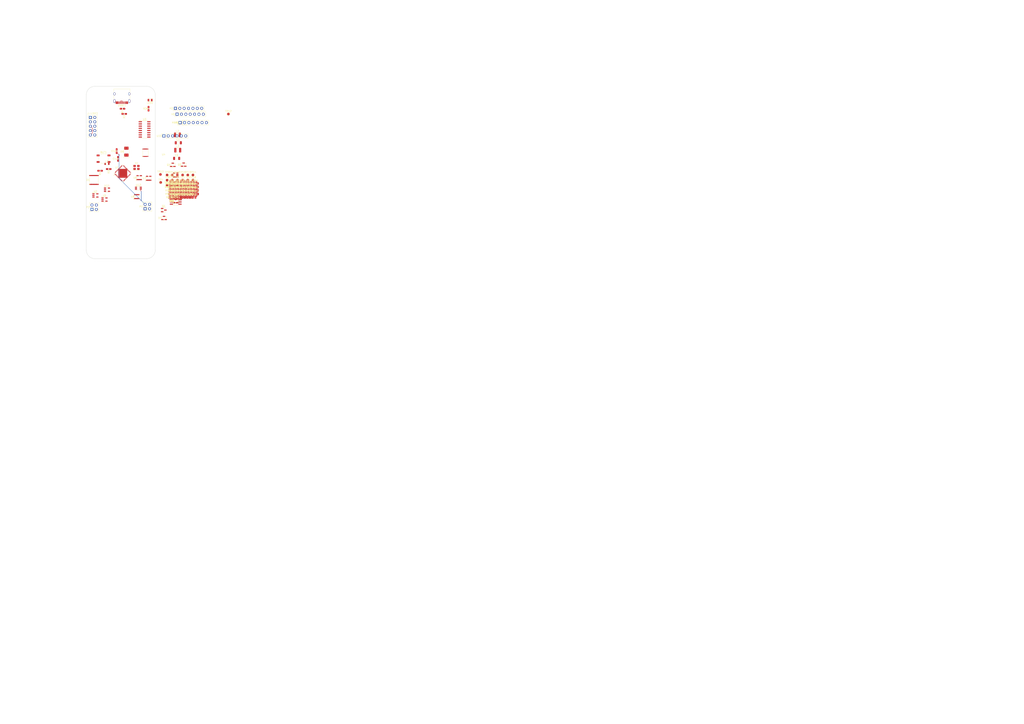
<source format=kicad_pcb>
(kicad_pcb (version 20241229) (generator "pcbnew") (generator_version "9.0")
  (layers (0 "F.Cu" signal) (4 "In1.Cu" power "GND") (6 "In2.Cu" power "VCC") (2 "B.Cu" signal) (13 "F.Paste" user) (15 "B.Paste" user) (5 "F.SilkS" user "F.Silkscreen") (7 "B.SilkS" user "B.Silkscreen") (1 "F.Mask" user) (3 "B.Mask" user) (25 "Edge.Cuts" user))
  (net 0 "")
  (net 1 "GND")
  (net 2 "Net-(U11-IN)")
  (net 3 "3V0")
  (net 4 "3V3")
  (net 5 "Vload")
  (net 6 "Net-(U11-ADJ)")
  (net 7 "Vbias")
  (net 8 "Net-(C9-Pad2)")
  (net 9 "PB03_PEAKDET_EN")
  (net 10 "USBSHIELD")
  (net 11 "RESET")
  (net 12 "SHAPER_OUT")
  (net 13 "Net-(Q1-C)")
  (net 14 "Net-(U4-+IN)")
  (net 15 "Net-(C29-Pad2)")
  (net 16 "Net-(C30-Pad2)")
  (net 17 "Net-(D2-C)")
  (net 18 "Net-(U6-VIN-)")
  (net 19 "Net-(U14--IN)")
  (net 20 "PA04_RAMP_OUT")
  (net 21 "Net-(U1-PA01)")
  (net 22 "Net-(U1-PA00)")
  (net 23 "Net-(U1-VDDCORE)")
  (net 24 "Net-(U1-VDDANA)")
  (net 25 "VL")
  (net 26 "Net-(D10-K)")
  (net 27 "USBDP")
  (net 28 "Vbus")
  (net 31 "USBDN")
  (net 32 "Net-(D2-A)")
  (net 33 "Net-(D3-K)")
  (net 34 "Net-(D4-A)")
  (net 35 "Net-(D4-K)")
  (net 36 "Net-(D6-K)")
  (net 37 "Net-(D6-A)")
  (net 38 "PA18_TRG_OUT")
  (net 39 "Net-(U3-Q0)")
  (net 40 "Net-(D8-A)")
  (net 41 "Net-(H2-Pad3)")
  (net 42 "Net-(H2-Pad5)")
  (net 43 "Net-(H2-Pad2)")
  (net 44 "Net-(H2-Pad4)")
  (net 45 "Net-(H2-Pad1)")
  (net 46 "Net-(H2-Pad6)")
  (net 47 "Net-(H3-Pad3)")
  (net 48 "Net-(H3-Pad2)")
  (net 49 "Net-(H3-Pad1)")
  (net 50 "Net-(H3-Pad6)")
  (net 51 "Net-(H3-Pad4)")
  (net 52 "Net-(H3-Pad5)")
  (net 53 "PA07_PEAKDET_OUT")
  (net 54 "SiPM_A")
  (net 55 "PA08_RESET")
  (net 56 "SWDCLK")
  (net 59 "SWDIO")
  (net 61 "Net-(L2-Pad2)")
  (net 62 "Net-(LED1-A)")
  (net 63 "Net-(LED1-C)")
  (net 64 "Net-(U2-VOUT)")
  (net 65 "PA17_SCL")
  (net 66 "PA16_SDA")
  (net 67 "Net-(Q1-B)")
  (net 68 "Net-(Q2-B)")
  (net 69 "VExt")
  (net 70 "PA21")
  (net 71 "Net-(Q4-D)")
  (net 72 "Net-(Q5-C)")
  (net 73 "USBVBUS")
  (net 74 "Net-(USBC1-CC1)")
  (net 75 "Net-(USBC1-CC2)")
  (net 76 "PA02_DAC_HV")
  (net 77 "Net-(BUT1-C)")
  (net 78 "Net-(U13-IN+)")
  (net 79 "PB10_HV_COMP_OUT")
  (net 80 "Net-(U13-IN-)")
  (net 81 "Net-(U4--IN)")
  (net 82 "Net-(U10-Y)")
  (net 83 "PA05_DAC_THR")
  (net 84 "PA11_RAMP_TRG")
  (net 85 "Net-(U14-+IN)")
  (net 86 "PA03_RAMP_EN")
  (net 87 "PA23_TRG_OUT")
  (net 88 "PA13_RX")
  (net 89 "PB11")
  (net 90 "PA20")
  (net 91 "PB08")
  (net 92 "PB02")
  (net 93 "PB23")
  (net 94 "PA06")
  (net 95 "PB22")
  (net 96 "PA22")
  (net 97 "PB09")
  (net 98 "PA09")
  (net 99 "TX")
  (net 100 "RX")
  (net 101 "PA15_PEAKDET_DISABLE")
  (net 102 "PA14_AFE_EN")
  (net 103 "PA10_PWM")
  (net 105 "PA12_TX")
  (net 112 "Net-(U9-Pad1)")
  (footprint "Capacitor_SMD:C_0805_2012Metric" (layer "F.Cu") (at 98.8752 106.4712)
    (property "Reference" "C55")
    (property "Value" "100nF")
  )
  (footprint "Capacitor_SMD:C_0805_2012Metric" (layer "F.Cu") (at 100.3752 106.4712)
    (property "Reference" "C27")
    (property "Value" "100nF")
  )
  (footprint "Capacitor_SMD:C_0805_2012Metric" (layer "F.Cu") (at 101.8752 106.4712)
    (property "Reference" "C29")
    (property "Value" "1nF")
  )
  (footprint "Capacitor_SMD:C_0805_2012Metric" (layer "F.Cu") (at 103.3752 106.4712)
    (property "Reference" "C49")
    (property "Value" "4.7uF")
  )
  (footprint "Capacitor_SMD:C_0805_2012Metric" (layer "F.Cu") (at 104.8752 106.4712)
    (property "Reference" "C23")
    (property "Value" "100nF")
  )
  (footprint "TestPoint:TestPoint_Pad_D1.5mm" (layer "F.Cu") (at 132.4356 66.0908)
    (property "Reference" "TP12")
    (property "Value" "1-POINT TEST POINT")
  )
  (footprint "Package_TO_SOT_SMD:SOT-23" (layer "F.Cu") (at 94.9452 121.8184)
    (property "Reference" "Q1")
    (property "Value" "BC847_C2910145")
  )
  (footprint "Capacitor_SMD:C_0805_2012Metric" (layer "F.Cu") (at 106.3752 106.4712)
    (property "Reference" "C31")
    (property "Value" "1uF")
  )
  (footprint "Resistor_SMD:R_0805_2012Metric" (layer "F.Cu") (at 98.8752 106.4712 90)
    (property "Reference" "R20")
    (property "Value" "100Ω")
  )
  (footprint "TestPoint:TestPoint_Pad_D1.5mm" (layer "F.Cu") (at 96.8752 101.4712)
    (property "Reference" "TP9")
    (property "Value" "1-POINT TEST POINT")
  )
  (footprint "Capacitor_SMD:C_0805_2012Metric" (layer "F.Cu") (at 107.8752 106.4712)
    (property "Reference" "C19")
    (property "Value" "4.7uF")
  )
  (footprint "Connector_PinHeader_2.54mm:PinHeader_1x07_P2.54mm_Vertical" (layer "F.Cu") (at 101.7016 62.7888 90)
    (property "Reference" "H2")
    (property "Value" "KH-2.54PH180-1X7P-L11.5")
  )
  (footprint "Resistor_SMD:R_0805_2012Metric" (layer "F.Cu") (at 100.3752 106.4712 90)
    (property "Reference" "R42")
    (property "Value" "100kΩ")
  )
  (footprint "Capacitor_SMD:C_0805_2012Metric" (layer "F.Cu") (at 109.3752 106.4712)
    (property "Reference" "C1")
    (property "Value" "1uF")
  )
  (footprint "Capacitor_SMD:C_0805_2012Metric" (layer "F.Cu") (at 110.8752 106.4712)
    (property "Reference" "C37")
    (property "Value" "1uF")
  )
  (footprint "Package_TO_SOT_SMD:SOT-23-6" (layer "F.Cu") (at 79.2836 114.0151 90)
    (property "Reference" "U8")
    (property "Value" "TLR341G-GTR")
  )
  (footprint "Resistor_SMD:R_0805_2012Metric" (layer "F.Cu") (at 101.8752 106.4712 90)
    (property "Reference" "R44")
    (property "Value" "1kΩ")
  )
  (footprint "Resistor_SMD:R_0805_2012Metric" (layer "F.Cu") (at 103.3752 106.4712 90)
    (property "Reference" "R35")
    (property "Value" "47kΩ")
  )
  (footprint "Resistor_SMD:R_0805_2012Metric" (layer "F.Cu") (at 104.8752 106.4712 90)
    (property "Reference" "R49")
    (property "Value" "1kΩ")
  )
  (footprint "Connector_PinHeader_2.54mm:PinHeader_2x02_P2.54mm_Vertical" (layer "F.Cu") (at 84.1248 121.0564 90)
    (property "Reference" "P1")
    (property "Value" "Header-Male-2.54_2x2")
  )
  (footprint "Resistor_SMD:R_0805_2012Metric" (layer "F.Cu") (at 106.3752 106.4712 90)
    (property "Reference" "R40")
    (property "Value" "1kΩ")
  )
  (footprint "Button_Switch_SMD:SW_SPST_TL3342" (layer "F.Cu") (at 60 92)
    (property "Reference" "BUT1")
    (property "Value" "TS-1187A-B-A-B")
  )
  (footprint "Resistor_SMD:R_0805_2012Metric" (layer "F.Cu") (at 107.8752 106.4712 90)
    (property "Reference" "R43")
    (property "Value" "1kΩ")
  )
  (footprint "Capacitor_SMD:C_0805_2012Metric" (layer "F.Cu") (at 112.3752 106.4712)
    (property "Reference" "C18")
    (property "Value" "100nF")
  )
  (footprint "Capacitor_SMD:C_0805_2012Metric" (layer "F.Cu") (at 113.8752 106.4712)
    (property "Reference" "C2")
    (property "Value" "10nF")
  )
  (footprint "Resistor_SMD:R_0805_2012Metric" (layer "F.Cu") (at 109.3752 106.4712 90)
    (property "Reference" "R18")
    (property "Value" "100Ω")
  )
  (footprint "Capacitor_SMD:C_0805_2012Metric" (layer "F.Cu") (at 68.4276 92.0852 90)
    (property "Reference" "C42")
    (property "Value" "18pF")
  )
  (footprint "TestPoint:TestPoint_Pad_D1.5mm" (layer "F.Cu") (at 99.8752 101.4712)
    (property "Reference" "TP10")
    (property "Value" "1-POINT TEST POINT")
  )
  (footprint "Capacitor_SMD:C_0805_2012Metric" (layer "F.Cu") (at 98.8752 108.4712)
    (property "Reference" "C16")
    (property "Value" "1nF")
  )
  (footprint "Capacitor_SMD:C_0805_2012Metric" (layer "F.Cu") (at 100.3752 108.4712)
    (property "Reference" "C33")
    (property "Value" "1uF")
  )
  (footprint "Resistor_SMD:R_0805_2012Metric" (layer "F.Cu") (at 110.8752 106.4712 90)
    (property "Reference" "R33")
    (property "Value" "1kΩ")
  )
  (footprint "Resistor_SMD:R_0805_2012Metric" (layer "F.Cu") (at 112.3752 106.4712 90)
    (property "Reference" "R50")
    (property "Value" "1kΩ")
  )
  (footprint "Package_TO_SOT_SMD:SOT-23-6" (layer "F.Cu") (at 101.8752 116.4712 90)
    (property "Reference" "U14")
    (property "Value" "TLR341G-GTR")
  )
  (footprint "Package_SO:SOIC-16_3.9x9.9mm_P1.27mm" (layer "F.Cu") (at 83.8058 75.0062)
    (property "Reference" "U3")
    (property "Value" "MC14043BDR2G")
  )
  (footprint "Capacitor_SMD:C_0805_2012Metric" (layer "F.Cu") (at 101.8752 108.4712)
    (property "Reference" "C9")
    (property "Value" "30pF")
  )
  (footprint "Package_TO_SOT_SMD:SOT-23" (layer "F.Cu") (at 100.1776 95.5548 90)
    (property "Reference" "Q4")
    (property "Value" "AO3401A")
  )
  (footprint "Package_SO:SO-8_3.9x4.9mm_P1.27mm" (layer "F.Cu") (at 54.4322 104.3274 90)
    (property "Reference" "D1")
    (property "Value" "NUP2114UCMR6T1G")
  )
  (footprint "Crystal:Crystal_SMD_3225-4Pin_3.2x2.5mm" (layer "F.Cu") (at 79.1132 97.0652)
    (property "Reference" "X1")
    (property "Value" "32.768kHz")
  )
  (footprint "Capacitor_SMD:C_0805_2012Metric" (layer "F.Cu") (at 103.3752 108.4712)
    (property "Reference" "C14")
    (property "Value" "1uF")
  )
  (footprint "Capacitor_SMD:C_0805_2012Metric" (layer "F.Cu") (at 104.8752 108.4712)
    (property "Reference" "C28")
    (property "Value" "1uF")
  )
  (footprint "Connector_PinHeader_2.54mm:PinHeader_2x05_P2.54mm_Vertical" (layer "F.Cu") (at 52.3748 68.072)
    (property "Reference" "J-LINK1")
    (property "Value" "20021111-00010T4LF")
  )
  (footprint "Resistor_SMD:R_0805_2012Metric" (layer "F.Cu") (at 113.8752 106.4712 90)
    (property "Reference" "R30")
    (property "Value" "1kΩ")
  )
  (footprint "Resistor_SMD:R_0805_2012Metric" (layer "F.Cu") (at 86.106 62.992 90)
    (property "Reference" "R26")
    (property "Value" "2.2kΩ")
  )
  (footprint "Resistor_SMD:R_0805_2012Metric" (layer "F.Cu") (at 98.8752 108.4712 90)
    (property "Reference" "R21")
    (property "Value" "6.8kΩ")
  )
  (footprint "Connector_PinHeader_2.54mm:PinHeader_1x07_P2.54mm_Vertical" (layer "F.Cu") (at 102.6668 66.1924 90)
    (property "Reference" "H3")
    (property "Value" "KH-2.54PH180-1X7P-L11.5")
  )
  (footprint "Capacitor_SMD:C_0805_2012Metric" (layer "F.Cu") (at 106.3752 108.4712)
    (property "Reference" "C51")
    (property "Value" "100nF")
  )
  (footprint "Package_TO_SOT_SMD:SOT-23-5" (layer "F.Cu") (at 80.706 103.0025 90)
    (property "Reference" "U6")
    (property "Value" "TLV3201AIDBVT")
  )
  (footprint "TestPoint:TestPoint_Pad_D1.5mm" (layer "F.Cu") (at 102.8752 101.4712)
    (property "Reference" "TP6")
    (property "Value" "1-POINT TEST POINT")
  )
  (footprint "Capacitor_SMD:C_0805_2012Metric" (layer "F.Cu") (at 107.8752 108.4712)
    (property "Reference" "C26")
    (property "Value" "100nF")
  )
  (footprint "Connector_PinHeader_2.54mm:PinHeader_1x02_P2.54mm_Vertical" (layer "F.Cu") (at 104.4448 71.0692 90)
    (property "Reference" "MEAS1")
    (property "Value" "KH-2.54PH90-1X2P-L13.8")
  )
  (footprint "Capacitor_SMD:C_0805_2012Metric" (layer "F.Cu") (at 109.3752 108.4712)
    (property "Reference" "C41")
    (property "Value" "100nF")
  )
  (footprint "Capacitor_SMD:C_0805_2012Metric" (layer "F.Cu") (at 110.8752 108.4712)
    (property "Reference" "C36")
    (property "Value" "100nF")
  )
  (footprint "Capacitor_SMD:C_0805_2012Metric" (layer "F.Cu") (at 112.3752 108.4712)
    (property "Reference" "C8")
    (property "Value" "10nF")
  )
  (footprint "TestPoint:TestPoint_Pad_D1.5mm" (layer "F.Cu") (at 105.8752 101.4712)
    (property "Reference" "TP15")
    (property "Value" "1-POINT TEST POINT")
  )
  (footprint "Resistor_SMD:R_0805_2012Metric" (layer "F.Cu") (at 100.3752 108.4712 90)
    (property "Reference" "R31")
    (property "Value" "510Ω")
  )
  (footprint "Diode_SMD:D_SOD-123" (layer "F.Cu") (at 98.8752 106.4712 90)
    (property "Reference" "D5")
    (property "Value" "1N4148W_C81598")
  )
  (footprint "Package_TO_SOT_SMD:SOT-23" (layer "F.Cu") (at 100.8752 106.4712 90)
    (property "Reference" "D2")
    (property "Value" "BAS21HT1G")
  )
  (footprint "TestPoint:TestPoint_Pad_D1.5mm" (layer "F.Cu") (at 108.8752 101.4712)
    (property "Reference" "TP11")
    (property "Value" "1-POINT TEST POINT")
  )
  (footprint "Resistor_SMD:R_0805_2012Metric" (layer "F.Cu") (at 101.8752 108.4712 90)
    (property "Reference" "R9")
    (property "Value" "1kΩ")
  )
  (footprint "Capacitor_SMD:C_0805_2012Metric" (layer "F.Cu") (at 113.8752 108.4712)
    (property "Reference" "C44")
    (property "Value" "4.7uF")
  )
  (footprint "Diode_SMD:D_SMA" (layer "F.Cu") (at 73.2536 87.916 90)
    (property "Reference" "D9")
    (property "Value" "SS34_C8678")
  )
  (footprint "Connector_PinSocket_2.54mm:PinSocket_1x06_P2.54mm_Vertical" (layer "F.Cu") (at 94.996 78.7908 90)
    (property "Reference" "U15")
    (property "Value" "803-87-006-10-001101")
  )
  (footprint "Resistor_SMD:R_0805_2012Metric" (layer "F.Cu") (at 103.3752 108.4712 90)
    (property "Reference" "R29")
    (property "Value" "1kΩ")
  )
  (footprint "Package_TO_SOT_SMD:SOT-23" (layer "F.Cu") (at 101.8752 116.4712 90)
    (property "Reference" "Q3")
    (property "Value" "AO3401A")
  )
  (footprint "Diode_SMD:D_SOD-123" (layer "F.Cu") (at 102.8752 106.4712 90)
    (property "Reference" "D3")
    (property "Value" "1N4148W_C81598")
  )
  (footprint "Resistor_SMD:R_0805_2012Metric" (layer "F.Cu") (at 104.8752 108.4712 90)
    (property "Reference" "R13")
    (property "Value" "100kΩ")
  )
  (footprint "Resistor_SMD:R_0805_2012Metric" (layer "F.Cu") (at 106.3752 108.4712 90)
    (property "Reference" "R15")
    (property "Value" "5.6MΩ")
  )
  (footprint "Capacitor_SMD:C_0805_2012Metric" (layer "F.Cu") (at 98.8752 110.4712)
    (property "Reference" "C15")
    (property "Value" "1nF")
  )
  (footprint "Capacitor_SMD:C_0805_2012Metric" (layer "F.Cu") (at 100.3752 110.4712)
    (property "Reference" "C56")
    (property "Value" "100nF")
  )
  (footprint "Package_SO:SOIC-8_3.9x4.9mm_P1.27mm" (layer "F.Cu") (at 101.8752 116.4712)
    (property "Reference" "U9")
    (property "Value" "MF-ASML020/6-2")
  )
  (footprint "Connector_PinHeader_2.54mm:PinHeader_2x02_P2.54mm_Vertical" (layer "F.Cu") (at 53.2892 121.412 90)
    (property "Reference" "P2")
    (property "Value" "Header-Male-2.54_2x2")
  )
  (footprint "Resistor_SMD:R_0805_2012Metric" (layer "F.Cu") (at 107.8752 108.4712 90)
    (property "Reference" "R5")
    (property "Value" "220kΩ")
  )
  (footprint "Package_SO:MSOP-8_3x3mm_P0.65mm" (layer "F.Cu") (at 84.2674 88.5233 90)
    (property "Reference" "U4")
    (property "Value" "LMV793MFX/NOPB")
  )
  (footprint "TestPoint:TestPoint_Pad_D1.5mm" (layer "F.Cu") (at 111.8752 101.4712)
    (property "Reference" "TP14")
    (property "Value" "1-POINT TEST POINT")
  )
  (footprint "Resistor_SMD:R_0805_2012Metric" (layer "F.Cu") (at 109.3752 108.4712 90)
    (property "Reference" "R51")
    (property "Value" "1kΩ")
  )
  (footprint "Resistor_SMD:R_0805_2012Metric" (layer "F.Cu") (at 110.8752 108.4712 90)
    (property "Reference" "R39")
    (property "Value" "27kΩ")
  )
  (footprint "Resistor_SMD:R_0805_2012Metric" (layer "F.Cu") (at 112.3752 108.4712 90)
    (property "Reference" "R22")
    (property "Value" "30kΩ")
  )
  (footprint "Resistor_SMD:R_0805_2012Metric" (layer "F.Cu") (at 113.8752 108.4712 90)
    (property "Reference" "R48")
    (property "Value" "1kΩ")
  )
  (footprint "Diode_SMD:D_SOD-123" (layer "F.Cu") (at 104.8752 106.4712 90)
    (property "Reference" "D6")
    (property "Value" "1N4148W_C81598")
  )
  (footprint "Resistor_SMD:R_0805_2012Metric" (layer "F.Cu") (at 98.8752 110.4712 90)
    (property "Reference" "R34")
    (property "Value" "200kΩ")
  )
  (footprint "Resistor_SMD:R_0805_2012Metric" (layer "F.Cu") (at 100.3752 110.4712 90)
    (property "Reference" "R54")
    (property "Value" "1kΩ")
  )
  (footprint "TestPoint:TestPoint_Pad_D1.5mm" (layer "F.Cu") (at 93.0148 101.1428)
    (property "Reference" "TP13")
    (property "Value" "1-POINT TEST POINT")
  )
  (footprint "Resistor_SMD:R_0805_2012Metric" (layer "F.Cu") (at 58 99 180)
    (property "Reference" "R1")
    (property "Value" "27kΩ")
  )
  (footprint "Resistor_SMD:R_0805_2012Metric" (layer "F.Cu") (at 101.8752 110.4712 90)
    (property "Reference" "R52")
    (property "Value" "1kΩ")
  )
  (footprint "Resistor_SMD:R_0805_2012Metric" (layer "F.Cu") (at 103.3752 110.4712 90)
    (property "Reference" "R16")
    (property "Value" "100kΩ")
  )
  (footprint "Diode_SMD:D_SOD-123" (layer "F.Cu") (at 106.8752 106.4712 90)
    (property "Reference" "D8")
    (property "Value" "1N4148W_C81598")
  )
  (footprint "Capacitor_SMD:C_0805_2012Metric" (layer "F.Cu") (at 101.8752 110.4712)
    (property "Reference" "C34")
    (property "Value" "1nF")
  )
  (footprint "Capacitor_SMD:C_0805_2012Metric" (layer "F.Cu") (at 103.3752 110.4712)
    (property "Reference" "C40")
    (property "Value" "100nF")
  )
  (footprint "Capacitor_SMD:C_0805_2012Metric" (layer "F.Cu") (at 104.8752 110.4712)
    (property "Reference" "C12")
    (property "Value" "100nF")
  )
  (footprint "Resistor_SMD:R_0805_2012Metric" (layer "F.Cu") (at 104.8752 110.4712 90)
    (property "Reference" "R46")
    (property "Value" "1kΩ")
  )
  (footprint "Connector_USB:USB_C_Receptacle_HRO_TYPE-C-31-M-12" (layer "F.Cu") (at 70.6608 55.4568 180)
    (property "Reference" "USBC1")
    (property "Value" "USB3.1C16PFSMT")
  )
  (footprint "Inductor_SMD:L_1210_3225Metric" (layer "F.Cu") (at 102.87 78.2108)
    (property "Reference" "L2")
    (property "Value" "10uH")
  )
  (footprint "Capacitor_SMD:C_0805_2012Metric" (layer "F.Cu") (at 67.6148 87.5792 90)
    (property "Reference" "C43")
    (property "Value" "18pF")
  )
  (footprint "Package_DFN_QFN:QFN-48-1EP_7x7mm_P0.5mm_EP5.15x5.15mm" (layer "F.Cu") (at 71.1439 100.4909 45)
    (property "Reference" "U1")
    (property "Value" "ATSAML21G18B-AUT")
  )
  (footprint "Capacitor_SMD:C_1206_3216Metric" (layer "F.Cu") (at 103.378 82.7532)
    (property "Reference" "C4")
    (property "Value" "10uF")
  )
  (footprint "Resistor_SMD:R_0805_2012Metric" (layer "F.Cu") (at 106.3752 110.4712 90)
    (property "Reference" "R38")
    (property "Value" "0Ω")
  )
  (footprint "TestPoint:TestPoint_Pad_D1.5mm" (layer "F.Cu") (at 96.8752 104.4712)
    (property "Reference" "TP8")
    (property "Value" "1-POINT TEST POINT")
  )
  (footprint "Capacitor_SMD:C_0805_2012Metric" (layer "F.Cu") (at 106.3752 110.4712)
    (property "Reference" "C47")
    (property "Value" "4.7uF")
  )
  (footprint "TestPoint:TestPoint_Pad_D1.5mm" (layer "F.Cu") (at 99.8752 104.4712)
    (property "Reference" "TP17")
    (property "Value" "1-POINT TEST POINT")
  )
  (footprint "Inductor_SMD:L_1210_3225Metric" (layer "F.Cu") (at 103.0508 87.05)
    (property "Reference" "L3")
    (property "Value" "470Ω")
  )
  (footprint "Capacitor_SMD:C_0805_2012Metric" (layer "F.Cu") (at 107.8752 110.4712)
    (property "Reference" "C10")
    (property "Value" "4.7nF")
  )
  (footprint "Inductor_SMD:L_0805_2012Metric" (layer "F.Cu") (at 62 95)
    (property "Reference" "L1")
    (property "Value" "SDR0503-103JL")
  )
  (footprint "Resistor_SMD:R_0805_2012Metric" (layer "F.Cu") (at 71 63 180)
    (property "Reference" "R7")
    (property "Value" "5.1kΩ")
  )
  (footprint "Capacitor_SMD:C_1206_3216Metric" (layer "F.Cu") (at 109.3752 110.4712)
    (property "Reference" "C57")
    (property "Value" "10uF")
  )
  (footprint "Capacitor_SMD:C_0805_2012Metric" (layer "F.Cu") (at 110.8752 110.4712)
    (property "Reference" "C38")
    (property "Value" "4.7uF")
  )
  (footprint "Resistor_SMD:R_0805_2012Metric" (layer "F.Cu") (at 107.8752 110.4712 90)
    (property "Reference" "R36")
    (property "Value" "47kΩ")
  )
  (footprint "Resistor_SMD:R_0805_2012Metric" (layer "F.Cu") (at 109.3752 110.4712 90)
    (property "Reference" "R19")
    (property "Value" "22kΩ")
  )
  (footprint "Resistor_SMD:R_0805_2012Metric" (layer "F.Cu") (at 110.8752 110.4712 90)
    (property "Reference" "R45")
    (property "Value" "1kΩ")
  )
  (footprint "Capacitor_SMD:C_0805_2012Metric" (layer "F.Cu") (at 112.3752 110.4712)
    (property "Reference" "C20")
    (property "Value" "4.7uF")
  )
  (footprint "Capacitor_SMD:C_0805_2012Metric" (layer "F.Cu") (at 113.8752 110.4712)
    (property "Reference" "C35")
    (property "Value" "100nF")
  )
  (footprint "Package_TO_SOT_SMD:SOT-23-5" (layer "F.Cu") (at 55.2704 113.3207)
    (property "Reference" "U2")
    (property "Value" "XC6209F332MR-G")
  )
  (footprint "Resistor_SMD:R_0805_2012Metric" (layer "F.Cu") (at 112.3752 110.4712 90)
    (property "Reference" "R17")
    (property "Value" "1kΩ")
  )
  (footprint "Capacitor_SMD:C_0805_2012Metric" (layer "F.Cu") (at 98.8752 112.4712)
    (property "Reference" "C25")
    (property "Value" "1uF")
  )
  (footprint "Package_TO_SOT_SMD:SOT-23-5" (layer "F.Cu") (at 60.5536 115.7083)
    (property "Reference" "U5")
    (property "Value" "TPS7A2030PDBVR")
  )
  (footprint "Capacitor_SMD:C_0805_2012Metric" (layer "F.Cu") (at 100.3752 112.4712)
    (property "Reference" "C52")
    (property "Value" "4.7uF")
  )
  (footprint "Package_SO:VSSOP-8_2.3x2mm_P0.5mm" (layer "F.Cu") (at 80.2132 109.1501)
    (property "Reference" "U12")
    (property "Value" "TXU0202DCUR")
  )
  (footprint "Capacitor_SMD:C_1206_3216Metric" (layer "F.Cu") (at 102.4146 91.8252)
    (property "Reference" "C6")
    (property "Value" "10uF")
  )
  (footprint "Resistor_SMD:R_0805_2012Metric" (layer "F.Cu") (at 63 98 180)
    (property "Reference" "R3")
    (property "Value" "47kΩ")
  )
  (footprint "TestPoint:TestPoint_Pad_D1.5mm" (layer "F.Cu") (at 102.8752 104.4712)
    (property "Reference" "TP3")
    (property "Value" "1-POINT TEST POINT")
  )
  (footprint "Capacitor_SMD:C_1206_3216Metric" (layer "F.Cu") (at 101.8752 112.4712)
    (property "Reference" "C58")
    (property "Value" "10uF")
  )
  (footprint "Diode_SMD:D_SOD-123" (layer "F.Cu") (at 108.8752 106.4712 90)
    (property "Reference" "D4")
    (property "Value" "1N4148W_C81598")
  )
  (footprint "TestPoint:TestPoint_Pad_D1.5mm" (layer "F.Cu") (at 105.8752 104.4712)
    (property "Reference" "TP1")
    (property "Value" "1-POINT TEST POINT")
  )
  (footprint "Resistor_SMD:R_0805_2012Metric" (layer "F.Cu") (at 113.8752 110.4712 90)
    (property "Reference" "R11")
    (property "Value" "330kΩ")
  )
  (footprint "Capacitor_SMD:C_0805_2012Metric" (layer "F.Cu") (at 103.3752 112.4712)
    (property "Reference" "C7")
    (property "Value" "100nF")
  )
  (footprint "Capacitor_SMD:C_0805_2012Metric" (layer "F.Cu") (at 104.8752 112.4712)
    (property "Reference" "C11")
    (property "Value" "100nF")
  )
  (footprint "Resistor_SMD:R_0805_2012Metric" (layer "F.Cu") (at 98.8752 112.4712 90)
    (property "Reference" "R14")
    (property "Value" "120MΩ")
  )
  (footprint "Capacitor_SMD:C_1206_3216Metric" (layer "F.Cu") (at 106.3752 112.4712)
    (property "Reference" "C5")
    (property "Value" "10uF")
  )
  (footprint "Capacitor_SMD:C_0805_2012Metric" (layer "F.Cu") (at 107.8752 112.4712)
    (property "Reference" "C3")
    (property "Value" "4.7uF")
  )
  (footprint "TestPoint:TestPoint_Pad_D1.5mm" (layer "F.Cu") (at 108.8752 104.4712)
    (property "Reference" "TP5")
    (property "Value" "1-POINT TEST POINT")
  )
  (footprint "Connector_PinHeader_2.54mm:PinHeader_1x07_P2.54mm_Vertical" (layer "F.Cu") (at 104.4448 71.0692 90)
    (property "Reference" "H5")
    (property "Value" "KH-2.54PH180-1X7P-L11.5")
  )
  (footprint "Capacitor_SMD:C_0805_2012Metric" (layer "F.Cu") (at 109.3752 112.4712)
    (property "Reference" "C45")
    (property "Value" "1uF")
  )
  (footprint "Capacitor_SMD:C_0805_2012Metric" (layer "F.Cu") (at 110.8752 112.4712)
    (property "Reference" "C48")
    (property "Value" "4.7uF")
  )
  (footprint "LED_SMD:LED_0805_2012Metric" (layer "F.Cu") (at 87 58 180)
    (property "Reference" "LED1")
    (property "Value" "19-217/GHC-YR1S2/3T")
  )
  (footprint "Diode_SMD:D_SOD-123" (layer "F.Cu") (at 98.8752 108.4712 90)
    (property "Reference" "D10")
    (property "Value" "1N4148W_C81598")
  )
  (footprint "Capacitor_SMD:C_0805_2012Metric" (layer "F.Cu") (at 112.3752 112.4712)
    (property "Reference" "C24")
    (property "Value" "1nF")
  )
  (footprint "TestPoint:TestPoint_Pad_D1.5mm" (layer "F.Cu") (at 111.8752 104.4712)
    (property "Reference" "TP18")
    (property "Value" "1-POINT TEST POINT")
  )
  (footprint "Capacitor_SMD:C_0805_2012Metric" (layer "F.Cu") (at 113.8752 112.4712)
    (property "Reference" "C13")
    (property "Value" "1uF")
  )
  (footprint "Resistor_SMD:R_0805_2012Metric" (layer "F.Cu") (at 100.3752 112.4712 90)
    (property "Reference" "R37")
    (property "Value" "10kΩ")
  )
  (footprint "TestPoint:TestPoint_Pad_D1.5mm" (layer "F.Cu") (at 93.1672 105.7656)
    (property "Reference" "TP4")
    (property "Value" "1-POINT TEST POINT")
  )
  (footprint "Capacitor_SMD:C_0805_2012Metric" (layer "F.Cu") (at 98.8752 114.4712)
    (property "Reference" "C39")
    (property "Value" "4.7uF")
  )
  (footprint "Resistor_SMD:R_0805_2012Metric" (layer "F.Cu") (at 101.8752 112.4712 90)
    (property "Reference" "R23")
    (property "Value" "10kΩ")
  )
  (footprint "Resistor_SMD:R_0805_2012Metric" (layer "F.Cu") (at 103.3752 112.4712 90)
    (property "Reference" "R12")
    (property "Value" "330kΩ")
  )
  (footprint "Resistor_SMD:R_0805_2012Metric" (layer "F.Cu") (at 104.8752 112.4712 90)
    (property "Reference" "R25")
    (property "Value" "4.7MΩ")
  )
  (footprint "Package_TO_SOT_SMD:SOT-23-5" (layer "F.Cu") (at 101.8752 101.4712 90)
    (property "Reference" "U13")
    (property "Value" "TLV7031DBVR")
  )
  (footprint "Resistor_SMD:R_0805_2012Metric" (layer "F.Cu") (at 72 66 180)
    (property "Reference" "R2")
    (property "Value" "5.1kΩ")
  )
  (footprint "Capacitor_SMD:C_0805_2012Metric" (layer "F.Cu") (at 100.3752 114.4712)
    (property "Reference" "C30")
    (property "Value" "1nF")
  )
  (footprint "Resistor_SMD:R_0805_2012Metric" (layer "F.Cu") (at 106.3752 112.4712 90)
    (property "Reference" "R32")
    (property "Value" "100Ω")
  )
  (footprint "Resistor_SMD:R_0805_2012Metric" (layer "F.Cu") (at 107.8752 112.4712 90)
    (property "Reference" "R10")
    (property "Value" "100Ω")
  )
  (footprint "Capacitor_SMD:C_0805_2012Metric" (layer "F.Cu") (at 101.8752 114.4712)
    (property "Reference" "C50")
    (property "Value" "100nF")
  )
  (footprint "Capacitor_SMD:C_0805_2012Metric" (layer "F.Cu") (at 103.3752 114.4712)
    (property "Reference" "C17")
    (property "Value" "10nF")
  )
  (footprint "Resistor_SMD:R_0805_2012Metric" (layer "F.Cu") (at 109.3752 112.4712 90)
    (property "Reference" "R41")
    (property "Value" "1kΩ")
  )
  (footprint "TestPoint:TestPoint_Pad_D1.5mm" (layer "F.Cu") (at 96.8752 107.4712)
    (property "Reference" "TP16")
    (property "Value" "1-POINT TEST POINT")
  )
  (footprint "Package_TO_SOT_SMD:SOT-23" (layer "F.Cu") (at 106.4768 95.4532 90)
    (property "Reference" "Q5")
    (property "Value" "MMBT5551LT1G")
  )
  (footprint "Resistor_SMD:R_0805_2012Metric" (layer "F.Cu") (at 110.8752 112.4712 90)
    (property "Reference" "R53")
    (property "Value" "1kΩ")
  )
  (footprint "TestPoint:TestPoint_Pad_D1.5mm" (layer "F.Cu") (at 99.8752 107.4712)
    (property "Reference" "TP2")
    (property "Value" "1-POINT TEST POINT")
  )
  (footprint "Resistor_SMD:R_0805_2012Metric" (layer "F.Cu") (at 112.3752 112.4712 90)
    (property "Reference" "R6")
    (property "Value" "1MΩ")
  )
  (footprint "Package_TO_SOT_SMD:SOT-23" (layer "F.Cu") (at 95.0976 126.3904 90)
    (property "Reference" "D7")
    (property "Value" "BAT54C,215")
  )
  (footprint "Resistor_SMD:R_0805_2012Metric" (layer "F.Cu") (at 113.8752 112.4712 90)
    (property "Reference" "R27")
    (property "Value" "6.8kΩ")
  )
  (footprint "Resistor_SMD:R_0805_2012Metric" (layer "F.Cu") (at 98.8752 114.4712 90)
    (property "Reference" "R8")
    (property "Value" "330kΩ")
  )
  (footprint "Package_TO_SOT_SMD:SOT-23-5" (layer "F.Cu") (at 86.1924 103.3581 90)
    (property "Reference" "U7")
    (property "Value" "OPA357AIDBVR")
  )
  (footprint "Resistor_SMD:R_0805_2012Metric" (layer "F.Cu") (at 100.3752 114.4712 90)
    (property "Reference" "R28")
    (property "Value" "100Ω")
  )
  (footprint "Resistor_SMD:R_0805_2012Metric" (layer "F.Cu") (at 101.8752 114.4712 90)
    (property "Reference" "R47")
    (property "Value" "1kΩ")
  )
  (footprint "Capacitor_SMD:C_0805_2012Metric" (layer "F.Cu") (at 104.8752 114.4712)
    (property "Reference" "C22")
    (property "Value" "10nF")
  )
  (footprint "Capacitor_SMD:C_0805_2012Metric" (layer "F.Cu") (at 106.3752 114.4712)
    (property "Reference" "C54")
    (property "Value" "4.7uF")
  )
  (footprint "Capacitor_SMD:C_0805_2012Metric" (layer "F.Cu") (at 107.8752 114.4712)
    (property "Reference" "C21")
    (property "Value" "100nF")
  )
  (footprint "Resistor_SMD:R_0805_2012Metric" (layer "F.Cu") (at 103.3752 114.4712 90)
    (property "Reference" "R24")
    (property "Value" "10kΩ")
  )
  (footprint "Package_TO_SOT_SMD:SOT-23" (layer "F.Cu") (at 101.8752 116.4712 90)
    (property "Reference" "Q2")
    (property "Value" "MMBT5551LT1G")
  )
  (footprint "Package_TO_SOT_SMD:SOT-23-5" (layer "F.Cu") (at 62 110)
    (property "Reference" "U11")
    (property "Value" "LT3014BHVES5#TRMPBF")
  )
  (footprint "Capacitor_SMD:C_0805_2012Metric" (layer "F.Cu") (at 109.3752 114.4712)
    (property "Reference" "C53")
    (property "Value" "100nF")
  )
  (footprint "TestPoint:TestPoint_Pad_D1.5mm" (layer "F.Cu") (at 102.8752 107.4712)
    (property "Reference" "TP7")
    (property "Value" "1-POINT TEST POINT")
  )
  (footprint "Capacitor_SMD:C_0805_2012Metric" (layer "F.Cu") (at 110.8752 114.4712)
    (property "Reference" "C32")
    (property "Value" "1uF")
  )
  (footprint "Package_TO_SOT_SMD:SOT-353_SC-70-5" (layer "F.Cu") (at 101.8752 116.4712 90)
    (property "Reference" "U10")
    (property "Value" "74LVC1G08GV,125")
  )
  (footprint "Resistor_SMD:R_0805_2012Metric" (layer "F.Cu") (at 104.8752 114.4712 90)
    (property "Reference" "R4")
    (property "Value" "1kΩ")
  )
  (footprint "Capacitor_SMD:C_0805_2012Metric" (layer "F.Cu") (at 112.3752 114.4712)
    (property "Reference" "C46")
    (property "Value" "100nF")
  )
  (gr_arc (start 50 55) (mid 51.464466 51.464466) (end 55 50) (stroke (width 0.15)) (layer "Edge.Cuts"))
  (gr_arc (start 85 50) (mid 88.535534 51.464466) (end 90 55) (stroke (width 0.15)) (layer "Edge.Cuts"))
  (gr_line (start 90 55) (end 90 145) (stroke (width 0.15)) (layer "Edge.Cuts"))
  (gr_line (start 85 150) (end 55 150) (stroke (width 0.15)) (layer "Edge.Cuts"))
  (gr_arc (start 55 150) (mid 51.464466 148.535534) (end 50 145) (stroke (width 0.15)) (layer "Edge.Cuts"))
  (gr_arc (start 90 145) (mid 88.535534 148.535534) (end 85 150) (stroke (width 0.15)) (layer "Edge.Cuts"))
  (gr_line (start 55 50) (end 85 50) (stroke (width 0.15)) (layer "Edge.Cuts"))
  (gr_line (start 50 145) (end 50 55) (stroke (width 0.15)) (layer "Edge.Cuts"))
  (segment (start 67.6148 88.5292) (end 67.7552 88.5292) (width 0.2) (layer "F.Cu") (net 1))
  (segment (start 69.003 89.9009) (end 69.003 89.777) (width 0.2) (layer "F.Cu") (net 1))
  (segment (start 69.003 89.777) (end 69.003 89.9009) (width 0.2) (layer "F.Cu") (net 1))
  (segment (start 53.5654 77.0414) (end 53.5654 74.3426) (width 0.2) (layer "F.Cu") (net 1))
  (segment (start 52.3748 78.232) (end 53.5654 77.0414) (width 0.2) (layer "F.Cu") (net 1))
  (segment (start 81.8625 110.932) (end 81.8625 116.254) (width 0.2) (layer "F.Cu") (net 1))
  (segment (start 67.7552 88.5292) (end 69.003 89.777) (width 0.2) (layer "F.Cu") (net 1))
  (segment (start 81.6132 110.682) (end 81.8625 110.932) (width 0.2) (layer "F.Cu") (net 1))
  (segment (start 53.5654 74.3426) (end 52.3748 73.152) (width 0.2) (layer "F.Cu") (net 1))
  (segment (start 81.6132 109.9) (end 81.6132 110.682) (width 0.2) (layer "F.Cu") (net 1))
  (via (at 69.003 89.777) (size 0.6) (drill 0.3) (layers "F.Cu" "B.Cu") (net 1))
  (via (at 81.8625 116.254) (size 0.6) (drill 0.3) (layers "F.Cu" "B.Cu") (net 1))
  (segment (start 83.5947 117.986) (end 84.1248 118.516) (width 0.2) (layer "B.Cu") (net 1))
  (segment (start 81.8625 110.932) (end 81.8625 116.254) (width 0.2) (layer "B.Cu") (net 1))
  (segment (start 81.8625 116.254) (end 83.5946 117.986) (width 0.2) (layer "B.Cu") (net 1))
  (segment (start 81.8625 110.932) (end 81.8625 116.254) (width 0.2) (layer "B.Cu") (net 1))
  (segment (start 83.5946 117.986) (end 83.5947 117.986) (width 0.2) (layer "B.Cu") (net 1))
  (segment (start 69.003 89.777) (end 69.003 103.395) (width 0.2) (layer "B.Cu") (net 1))
  (segment (start 69.003 89.9009) (end 69.003 89.777) (width 0.2) (layer "B.Cu") (net 1))
  (segment (start 69.003 89.777) (end 69.003 89.9009) (width 0.2) (layer "B.Cu") (net 1))
  (segment (start 69.003 103.395) (end 81.8625 116.254) (width 0.2) (layer "B.Cu") (net 1))
  (segment (start 69.9108 58.4751) (end 70.9108 58.4751) (width 0.2) (layer "F.Cu") (net 27))
  (segment (start 69.9108 59.5018) (end 69.9108 58.4751) (width 0.2) (layer "F.Cu") (net 27))
  (segment (start 70.9108 59.5018) (end 70.9108 58.4751) (width 0.2) (layer "F.Cu") (net 27))
)
</source>
